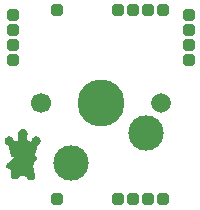
<source format=gts>
G04 #@! TF.GenerationSoftware,KiCad,Pcbnew,(6.0.7-1)-1*
G04 #@! TF.CreationDate,2022-08-17T19:26:05+01:00*
G04 #@! TF.ProjectId,amoeba-king,616d6f65-6261-42d6-9b69-6e672e6b6963,rev?*
G04 #@! TF.SameCoordinates,Original*
G04 #@! TF.FileFunction,Soldermask,Top*
G04 #@! TF.FilePolarity,Negative*
%FSLAX46Y46*%
G04 Gerber Fmt 4.6, Leading zero omitted, Abs format (unit mm)*
G04 Created by KiCad (PCBNEW (6.0.7-1)-1) date 2022-08-17 19:26:05*
%MOMM*%
%LPD*%
G01*
G04 APERTURE LIST*
G04 Aperture macros list*
%AMRoundRect*
0 Rectangle with rounded corners*
0 $1 Rounding radius*
0 $2 $3 $4 $5 $6 $7 $8 $9 X,Y pos of 4 corners*
0 Add a 4 corners polygon primitive as box body*
4,1,4,$2,$3,$4,$5,$6,$7,$8,$9,$2,$3,0*
0 Add four circle primitives for the rounded corners*
1,1,$1+$1,$2,$3*
1,1,$1+$1,$4,$5*
1,1,$1+$1,$6,$7*
1,1,$1+$1,$8,$9*
0 Add four rect primitives between the rounded corners*
20,1,$1+$1,$2,$3,$4,$5,0*
20,1,$1+$1,$4,$5,$6,$7,0*
20,1,$1+$1,$6,$7,$8,$9,0*
20,1,$1+$1,$8,$9,$2,$3,0*%
G04 Aperture macros list end*
%ADD10C,0.131817*%
%ADD11C,3.000000*%
%ADD12C,3.980180*%
%ADD13C,1.660000*%
%ADD14C,1.700000*%
%ADD15RoundRect,0.250000X-0.250000X0.250000X-0.250000X-0.250000X0.250000X-0.250000X0.250000X0.250000X0*%
%ADD16RoundRect,0.250000X-0.250000X-0.250000X0.250000X-0.250000X0.250000X0.250000X-0.250000X0.250000X0*%
%ADD17RoundRect,0.250000X0.250000X-0.250000X0.250000X0.250000X-0.250000X0.250000X-0.250000X-0.250000X0*%
G04 APERTURE END LIST*
G36*
X68813776Y-170919581D02*
G01*
X68837664Y-170922227D01*
X68861002Y-170926558D01*
X68883727Y-170932513D01*
X68905776Y-170940028D01*
X68927086Y-170949040D01*
X68947594Y-170959486D01*
X68967236Y-170971302D01*
X68985950Y-170984426D01*
X69003672Y-170998794D01*
X69020339Y-171014343D01*
X69035889Y-171031010D01*
X69050257Y-171048732D01*
X69063380Y-171067446D01*
X69075197Y-171087089D01*
X69085642Y-171107596D01*
X69094654Y-171128907D01*
X69102169Y-171150956D01*
X69108124Y-171173681D01*
X69112456Y-171197019D01*
X69115101Y-171220907D01*
X69115997Y-171245281D01*
X69114905Y-171271233D01*
X69111777Y-171296875D01*
X69106655Y-171322093D01*
X69099581Y-171346776D01*
X69090597Y-171370809D01*
X69079747Y-171394080D01*
X69067072Y-171416475D01*
X69052614Y-171437882D01*
X69036415Y-171458188D01*
X69040672Y-171484523D01*
X69044954Y-171510955D01*
X69049318Y-171537407D01*
X69053826Y-171563801D01*
X69058536Y-171590061D01*
X69063507Y-171616107D01*
X69068800Y-171641863D01*
X69074474Y-171667251D01*
X69080588Y-171692193D01*
X69087202Y-171716613D01*
X69094375Y-171740432D01*
X69102166Y-171763573D01*
X69110636Y-171785958D01*
X69119843Y-171807509D01*
X69129847Y-171828150D01*
X69140707Y-171847803D01*
X69152483Y-171866389D01*
X69165235Y-171883832D01*
X69179021Y-171900054D01*
X69193902Y-171914978D01*
X69209937Y-171928525D01*
X69227184Y-171940619D01*
X69245705Y-171951181D01*
X69265156Y-171952619D01*
X69285462Y-171954676D01*
X69306464Y-171957180D01*
X69327998Y-171959959D01*
X69349906Y-171962841D01*
X69372025Y-171965654D01*
X69394194Y-171968227D01*
X69416254Y-171970387D01*
X69438043Y-171971963D01*
X69459399Y-171972783D01*
X69480163Y-171972675D01*
X69500172Y-171971468D01*
X69519267Y-171968989D01*
X69537286Y-171965066D01*
X69554068Y-171959528D01*
X69569453Y-171952204D01*
X69583279Y-171942920D01*
X69595386Y-171931506D01*
X69605612Y-171917789D01*
X69613796Y-171901597D01*
X69619779Y-171882760D01*
X69623398Y-171861104D01*
X69624493Y-171836459D01*
X69625493Y-171811708D01*
X69628443Y-171787507D01*
X69633264Y-171763935D01*
X69639878Y-171741070D01*
X69648209Y-171718989D01*
X69658178Y-171697769D01*
X69669708Y-171677489D01*
X69682721Y-171658226D01*
X69697139Y-171640057D01*
X69712885Y-171623061D01*
X69729881Y-171607315D01*
X69748050Y-171592897D01*
X69767313Y-171579884D01*
X69787593Y-171568354D01*
X69808813Y-171558385D01*
X69830894Y-171550054D01*
X69853759Y-171543440D01*
X69877331Y-171538619D01*
X69901532Y-171535669D01*
X69926283Y-171534669D01*
X69951035Y-171535669D01*
X69975235Y-171538619D01*
X69998807Y-171543440D01*
X70021672Y-171550054D01*
X70043754Y-171558385D01*
X70064973Y-171568354D01*
X70085253Y-171579884D01*
X70104517Y-171592897D01*
X70122685Y-171607315D01*
X70139681Y-171623061D01*
X70155427Y-171640057D01*
X70169845Y-171658226D01*
X70182858Y-171677489D01*
X70194388Y-171697769D01*
X70204357Y-171718989D01*
X70212688Y-171741070D01*
X70219303Y-171763935D01*
X70224124Y-171787507D01*
X70227073Y-171811708D01*
X70228073Y-171836459D01*
X70216091Y-171861077D01*
X70204422Y-171883754D01*
X70193055Y-171904610D01*
X70181981Y-171923764D01*
X70171190Y-171941336D01*
X70160671Y-171957444D01*
X70150415Y-171972207D01*
X70140411Y-171985746D01*
X70130650Y-171998178D01*
X70121121Y-172009623D01*
X70111814Y-172020200D01*
X70102719Y-172030029D01*
X70093826Y-172039228D01*
X70085125Y-172047917D01*
X70076606Y-172056215D01*
X70068259Y-172064241D01*
X70060073Y-172072113D01*
X70052040Y-172079953D01*
X70044147Y-172087877D01*
X70036386Y-172096007D01*
X70028747Y-172104460D01*
X70021218Y-172113356D01*
X70013791Y-172122814D01*
X70006456Y-172132953D01*
X69999201Y-172143893D01*
X69992017Y-172155753D01*
X69984894Y-172168651D01*
X69977822Y-172182707D01*
X69970791Y-172198040D01*
X69963790Y-172214770D01*
X69956810Y-172233014D01*
X69949840Y-172252894D01*
X69942871Y-172274527D01*
X69935892Y-172298033D01*
X69928894Y-172323531D01*
X69921865Y-172351140D01*
X69914797Y-172380979D01*
X69907679Y-172413168D01*
X69902951Y-172438694D01*
X69897479Y-172464830D01*
X69891326Y-172491497D01*
X69884555Y-172518617D01*
X69877230Y-172546109D01*
X69869415Y-172573895D01*
X69861173Y-172601894D01*
X69852567Y-172630029D01*
X69843662Y-172658219D01*
X69834520Y-172686386D01*
X69825205Y-172714449D01*
X69815782Y-172742330D01*
X69806312Y-172769949D01*
X69796861Y-172797227D01*
X69787491Y-172824085D01*
X69778266Y-172850444D01*
X69769250Y-172876224D01*
X69760505Y-172901345D01*
X69752097Y-172925729D01*
X69744087Y-172949296D01*
X69736540Y-172971967D01*
X69729520Y-172993663D01*
X69723089Y-173014304D01*
X69717312Y-173033811D01*
X69712251Y-173052105D01*
X69707971Y-173069107D01*
X69704535Y-173084736D01*
X69702007Y-173098914D01*
X69678403Y-173091277D01*
X69654973Y-173083801D01*
X69631695Y-173076487D01*
X69608545Y-173069339D01*
X69585502Y-173062359D01*
X69562541Y-173055550D01*
X69539641Y-173048913D01*
X69516778Y-173042452D01*
X69493931Y-173036168D01*
X69471075Y-173030065D01*
X69448188Y-173024144D01*
X69425248Y-173018408D01*
X69402231Y-173012860D01*
X69379115Y-173007502D01*
X69355878Y-173002337D01*
X69332495Y-172997366D01*
X69308946Y-172992592D01*
X69285206Y-172988019D01*
X69261252Y-172983648D01*
X69237064Y-172979481D01*
X69212616Y-172975521D01*
X69187887Y-172971771D01*
X69162854Y-172968233D01*
X69137494Y-172964910D01*
X69111784Y-172961803D01*
X69085702Y-172958916D01*
X69059225Y-172956251D01*
X69032329Y-172953810D01*
X69004992Y-172951595D01*
X68977192Y-172949610D01*
X68948906Y-172947856D01*
X68920110Y-172946337D01*
X68890783Y-172945054D01*
X68860900Y-172944009D01*
X68830440Y-172943206D01*
X68799380Y-172942647D01*
X68767697Y-172942335D01*
X68734780Y-172941816D01*
X68702758Y-172941681D01*
X68671593Y-172941919D01*
X68641243Y-172942523D01*
X68611670Y-172943484D01*
X68582833Y-172944792D01*
X68554693Y-172946439D01*
X68527210Y-172948416D01*
X68500344Y-172950714D01*
X68474056Y-172953325D01*
X68448305Y-172956239D01*
X68423052Y-172959447D01*
X68398257Y-172962942D01*
X68373881Y-172966713D01*
X68349883Y-172970753D01*
X68326223Y-172975052D01*
X68302863Y-172979602D01*
X68279762Y-172984393D01*
X68256881Y-172989417D01*
X68234179Y-172994665D01*
X68211617Y-173000129D01*
X68189155Y-173005798D01*
X68166753Y-173011666D01*
X68144372Y-173017721D01*
X68121972Y-173023957D01*
X68099513Y-173030364D01*
X68076955Y-173036933D01*
X68054258Y-173043655D01*
X68031384Y-173050522D01*
X68008291Y-173057525D01*
X67984940Y-173064654D01*
X67961292Y-173071901D01*
X67937306Y-173079258D01*
X67912944Y-173086715D01*
X67888164Y-173094263D01*
X67886454Y-173080671D01*
X67884077Y-173065503D01*
X67881072Y-173048846D01*
X67877483Y-173030783D01*
X67873349Y-173011400D01*
X67868712Y-172990782D01*
X67863614Y-172969013D01*
X67858095Y-172946178D01*
X67852197Y-172922363D01*
X67845961Y-172897651D01*
X67839428Y-172872129D01*
X67832640Y-172845880D01*
X67825638Y-172818990D01*
X67818463Y-172791544D01*
X67811156Y-172763626D01*
X67803759Y-172735321D01*
X67796313Y-172706715D01*
X67788859Y-172677892D01*
X67781439Y-172648936D01*
X67774093Y-172619934D01*
X67766863Y-172590969D01*
X67759790Y-172562127D01*
X67752916Y-172533492D01*
X67746282Y-172505150D01*
X67739928Y-172477184D01*
X67733897Y-172449681D01*
X67728229Y-172422725D01*
X67722966Y-172396401D01*
X67718148Y-172370793D01*
X67709034Y-172347347D01*
X67702498Y-172327946D01*
X67697978Y-172311725D01*
X67694913Y-172297818D01*
X67692740Y-172285362D01*
X67690899Y-172273491D01*
X67688828Y-172261339D01*
X67685965Y-172248043D01*
X67681748Y-172232737D01*
X67675617Y-172214556D01*
X67667009Y-172192636D01*
X67655363Y-172166110D01*
X67640117Y-172134115D01*
X67615365Y-172133115D01*
X67591165Y-172130165D01*
X67567593Y-172125345D01*
X67544728Y-172118730D01*
X67522646Y-172110399D01*
X67501427Y-172100430D01*
X67481147Y-172088900D01*
X67461883Y-172075887D01*
X67443715Y-172061469D01*
X67426719Y-172045723D01*
X67410973Y-172028727D01*
X67396555Y-172010558D01*
X67383542Y-171991295D01*
X67372012Y-171971015D01*
X67362043Y-171949795D01*
X67353712Y-171927714D01*
X67347097Y-171904849D01*
X67342276Y-171881277D01*
X67339327Y-171857076D01*
X67338327Y-171832325D01*
X67339327Y-171807573D01*
X67342276Y-171783373D01*
X67347097Y-171759801D01*
X67353712Y-171736936D01*
X67362043Y-171714855D01*
X67372012Y-171693635D01*
X67383542Y-171673355D01*
X67396555Y-171654092D01*
X67410973Y-171635923D01*
X67426719Y-171618927D01*
X67443715Y-171603181D01*
X67461883Y-171588763D01*
X67481147Y-171575750D01*
X67501427Y-171564220D01*
X67522646Y-171554251D01*
X67544728Y-171545920D01*
X67567593Y-171539305D01*
X67591165Y-171534485D01*
X67615365Y-171531535D01*
X67640117Y-171530535D01*
X67664868Y-171531535D01*
X67689069Y-171534485D01*
X67712641Y-171539305D01*
X67735506Y-171545920D01*
X67757587Y-171554251D01*
X67778807Y-171564220D01*
X67799087Y-171575750D01*
X67818350Y-171588763D01*
X67836519Y-171603181D01*
X67853515Y-171618927D01*
X67869261Y-171635923D01*
X67883679Y-171654092D01*
X67896692Y-171673355D01*
X67908222Y-171693635D01*
X67918191Y-171714855D01*
X67926522Y-171736936D01*
X67933136Y-171759801D01*
X67937957Y-171783373D01*
X67940907Y-171807573D01*
X67941907Y-171832325D01*
X67953497Y-171841132D01*
X67965186Y-171851010D01*
X67977113Y-171861699D01*
X67989413Y-171872944D01*
X68002223Y-171884485D01*
X68015682Y-171896066D01*
X68029925Y-171907430D01*
X68045089Y-171918319D01*
X68061313Y-171928475D01*
X68078732Y-171937640D01*
X68097484Y-171945559D01*
X68117705Y-171951972D01*
X68139533Y-171956622D01*
X68163105Y-171959253D01*
X68188557Y-171959606D01*
X68216027Y-171957424D01*
X68245651Y-171952450D01*
X68277567Y-171944426D01*
X68311911Y-171933094D01*
X68331308Y-171922796D01*
X68349457Y-171910854D01*
X68366418Y-171897354D01*
X68382251Y-171882382D01*
X68397016Y-171866022D01*
X68410772Y-171848362D01*
X68423579Y-171829485D01*
X68435496Y-171809479D01*
X68446585Y-171788429D01*
X68456903Y-171766420D01*
X68466510Y-171743537D01*
X68475467Y-171719868D01*
X68483834Y-171695496D01*
X68491669Y-171670509D01*
X68499032Y-171644991D01*
X68505984Y-171619028D01*
X68512584Y-171592706D01*
X68518891Y-171566110D01*
X68524965Y-171539326D01*
X68530866Y-171512441D01*
X68536654Y-171485538D01*
X68542388Y-171458704D01*
X68526155Y-171438352D01*
X68511670Y-171416893D01*
X68498977Y-171394442D01*
X68488117Y-171371113D01*
X68479133Y-171347020D01*
X68472068Y-171322276D01*
X68466963Y-171296996D01*
X68463862Y-171271293D01*
X68462806Y-171245281D01*
X68463702Y-171220907D01*
X68466347Y-171197019D01*
X68470679Y-171173681D01*
X68476634Y-171150956D01*
X68484149Y-171128907D01*
X68493161Y-171107596D01*
X68503606Y-171087089D01*
X68515423Y-171067446D01*
X68528547Y-171048732D01*
X68542915Y-171031010D01*
X68558464Y-171014343D01*
X68575131Y-170998794D01*
X68592853Y-170984426D01*
X68611567Y-170971302D01*
X68631209Y-170959486D01*
X68651717Y-170949040D01*
X68673027Y-170940028D01*
X68695076Y-170932513D01*
X68717802Y-170926558D01*
X68741140Y-170922227D01*
X68765027Y-170919581D01*
X68789401Y-170918686D01*
X68789402Y-170918686D01*
X68813776Y-170919581D01*
G37*
D10*
X68813776Y-170919581D02*
X68837664Y-170922227D01*
X68861002Y-170926558D01*
X68883727Y-170932513D01*
X68905776Y-170940028D01*
X68927086Y-170949040D01*
X68947594Y-170959486D01*
X68967236Y-170971302D01*
X68985950Y-170984426D01*
X69003672Y-170998794D01*
X69020339Y-171014343D01*
X69035889Y-171031010D01*
X69050257Y-171048732D01*
X69063380Y-171067446D01*
X69075197Y-171087089D01*
X69085642Y-171107596D01*
X69094654Y-171128907D01*
X69102169Y-171150956D01*
X69108124Y-171173681D01*
X69112456Y-171197019D01*
X69115101Y-171220907D01*
X69115997Y-171245281D01*
X69114905Y-171271233D01*
X69111777Y-171296875D01*
X69106655Y-171322093D01*
X69099581Y-171346776D01*
X69090597Y-171370809D01*
X69079747Y-171394080D01*
X69067072Y-171416475D01*
X69052614Y-171437882D01*
X69036415Y-171458188D01*
X69040672Y-171484523D01*
X69044954Y-171510955D01*
X69049318Y-171537407D01*
X69053826Y-171563801D01*
X69058536Y-171590061D01*
X69063507Y-171616107D01*
X69068800Y-171641863D01*
X69074474Y-171667251D01*
X69080588Y-171692193D01*
X69087202Y-171716613D01*
X69094375Y-171740432D01*
X69102166Y-171763573D01*
X69110636Y-171785958D01*
X69119843Y-171807509D01*
X69129847Y-171828150D01*
X69140707Y-171847803D01*
X69152483Y-171866389D01*
X69165235Y-171883832D01*
X69179021Y-171900054D01*
X69193902Y-171914978D01*
X69209937Y-171928525D01*
X69227184Y-171940619D01*
X69245705Y-171951181D01*
X69265156Y-171952619D01*
X69285462Y-171954676D01*
X69306464Y-171957180D01*
X69327998Y-171959959D01*
X69349906Y-171962841D01*
X69372025Y-171965654D01*
X69394194Y-171968227D01*
X69416254Y-171970387D01*
X69438043Y-171971963D01*
X69459399Y-171972783D01*
X69480163Y-171972675D01*
X69500172Y-171971468D01*
X69519267Y-171968989D01*
X69537286Y-171965066D01*
X69554068Y-171959528D01*
X69569453Y-171952204D01*
X69583279Y-171942920D01*
X69595386Y-171931506D01*
X69605612Y-171917789D01*
X69613796Y-171901597D01*
X69619779Y-171882760D01*
X69623398Y-171861104D01*
X69624493Y-171836459D01*
X69625493Y-171811708D01*
X69628443Y-171787507D01*
X69633264Y-171763935D01*
X69639878Y-171741070D01*
X69648209Y-171718989D01*
X69658178Y-171697769D01*
X69669708Y-171677489D01*
X69682721Y-171658226D01*
X69697139Y-171640057D01*
X69712885Y-171623061D01*
X69729881Y-171607315D01*
X69748050Y-171592897D01*
X69767313Y-171579884D01*
X69787593Y-171568354D01*
X69808813Y-171558385D01*
X69830894Y-171550054D01*
X69853759Y-171543440D01*
X69877331Y-171538619D01*
X69901532Y-171535669D01*
X69926283Y-171534669D01*
X69951035Y-171535669D01*
X69975235Y-171538619D01*
X69998807Y-171543440D01*
X70021672Y-171550054D01*
X70043754Y-171558385D01*
X70064973Y-171568354D01*
X70085253Y-171579884D01*
X70104517Y-171592897D01*
X70122685Y-171607315D01*
X70139681Y-171623061D01*
X70155427Y-171640057D01*
X70169845Y-171658226D01*
X70182858Y-171677489D01*
X70194388Y-171697769D01*
X70204357Y-171718989D01*
X70212688Y-171741070D01*
X70219303Y-171763935D01*
X70224124Y-171787507D01*
X70227073Y-171811708D01*
X70228073Y-171836459D01*
X70216091Y-171861077D01*
X70204422Y-171883754D01*
X70193055Y-171904610D01*
X70181981Y-171923764D01*
X70171190Y-171941336D01*
X70160671Y-171957444D01*
X70150415Y-171972207D01*
X70140411Y-171985746D01*
X70130650Y-171998178D01*
X70121121Y-172009623D01*
X70111814Y-172020200D01*
X70102719Y-172030029D01*
X70093826Y-172039228D01*
X70085125Y-172047917D01*
X70076606Y-172056215D01*
X70068259Y-172064241D01*
X70060073Y-172072113D01*
X70052040Y-172079953D01*
X70044147Y-172087877D01*
X70036386Y-172096007D01*
X70028747Y-172104460D01*
X70021218Y-172113356D01*
X70013791Y-172122814D01*
X70006456Y-172132953D01*
X69999201Y-172143893D01*
X69992017Y-172155753D01*
X69984894Y-172168651D01*
X69977822Y-172182707D01*
X69970791Y-172198040D01*
X69963790Y-172214770D01*
X69956810Y-172233014D01*
X69949840Y-172252894D01*
X69942871Y-172274527D01*
X69935892Y-172298033D01*
X69928894Y-172323531D01*
X69921865Y-172351140D01*
X69914797Y-172380979D01*
X69907679Y-172413168D01*
X69902951Y-172438694D01*
X69897479Y-172464830D01*
X69891326Y-172491497D01*
X69884555Y-172518617D01*
X69877230Y-172546109D01*
X69869415Y-172573895D01*
X69861173Y-172601894D01*
X69852567Y-172630029D01*
X69843662Y-172658219D01*
X69834520Y-172686386D01*
X69825205Y-172714449D01*
X69815782Y-172742330D01*
X69806312Y-172769949D01*
X69796861Y-172797227D01*
X69787491Y-172824085D01*
X69778266Y-172850444D01*
X69769250Y-172876224D01*
X69760505Y-172901345D01*
X69752097Y-172925729D01*
X69744087Y-172949296D01*
X69736540Y-172971967D01*
X69729520Y-172993663D01*
X69723089Y-173014304D01*
X69717312Y-173033811D01*
X69712251Y-173052105D01*
X69707971Y-173069107D01*
X69704535Y-173084736D01*
X69702007Y-173098914D01*
X69678403Y-173091277D01*
X69654973Y-173083801D01*
X69631695Y-173076487D01*
X69608545Y-173069339D01*
X69585502Y-173062359D01*
X69562541Y-173055550D01*
X69539641Y-173048913D01*
X69516778Y-173042452D01*
X69493931Y-173036168D01*
X69471075Y-173030065D01*
X69448188Y-173024144D01*
X69425248Y-173018408D01*
X69402231Y-173012860D01*
X69379115Y-173007502D01*
X69355878Y-173002337D01*
X69332495Y-172997366D01*
X69308946Y-172992592D01*
X69285206Y-172988019D01*
X69261252Y-172983648D01*
X69237064Y-172979481D01*
X69212616Y-172975521D01*
X69187887Y-172971771D01*
X69162854Y-172968233D01*
X69137494Y-172964910D01*
X69111784Y-172961803D01*
X69085702Y-172958916D01*
X69059225Y-172956251D01*
X69032329Y-172953810D01*
X69004992Y-172951595D01*
X68977192Y-172949610D01*
X68948906Y-172947856D01*
X68920110Y-172946337D01*
X68890783Y-172945054D01*
X68860900Y-172944009D01*
X68830440Y-172943206D01*
X68799380Y-172942647D01*
X68767697Y-172942335D01*
X68734780Y-172941816D01*
X68702758Y-172941681D01*
X68671593Y-172941919D01*
X68641243Y-172942523D01*
X68611670Y-172943484D01*
X68582833Y-172944792D01*
X68554693Y-172946439D01*
X68527210Y-172948416D01*
X68500344Y-172950714D01*
X68474056Y-172953325D01*
X68448305Y-172956239D01*
X68423052Y-172959447D01*
X68398257Y-172962942D01*
X68373881Y-172966713D01*
X68349883Y-172970753D01*
X68326223Y-172975052D01*
X68302863Y-172979602D01*
X68279762Y-172984393D01*
X68256881Y-172989417D01*
X68234179Y-172994665D01*
X68211617Y-173000129D01*
X68189155Y-173005798D01*
X68166753Y-173011666D01*
X68144372Y-173017721D01*
X68121972Y-173023957D01*
X68099513Y-173030364D01*
X68076955Y-173036933D01*
X68054258Y-173043655D01*
X68031384Y-173050522D01*
X68008291Y-173057525D01*
X67984940Y-173064654D01*
X67961292Y-173071901D01*
X67937306Y-173079258D01*
X67912944Y-173086715D01*
X67888164Y-173094263D01*
X67886454Y-173080671D01*
X67884077Y-173065503D01*
X67881072Y-173048846D01*
X67877483Y-173030783D01*
X67873349Y-173011400D01*
X67868712Y-172990782D01*
X67863614Y-172969013D01*
X67858095Y-172946178D01*
X67852197Y-172922363D01*
X67845961Y-172897651D01*
X67839428Y-172872129D01*
X67832640Y-172845880D01*
X67825638Y-172818990D01*
X67818463Y-172791544D01*
X67811156Y-172763626D01*
X67803759Y-172735321D01*
X67796313Y-172706715D01*
X67788859Y-172677892D01*
X67781439Y-172648936D01*
X67774093Y-172619934D01*
X67766863Y-172590969D01*
X67759790Y-172562127D01*
X67752916Y-172533492D01*
X67746282Y-172505150D01*
X67739928Y-172477184D01*
X67733897Y-172449681D01*
X67728229Y-172422725D01*
X67722966Y-172396401D01*
X67718148Y-172370793D01*
X67709034Y-172347347D01*
X67702498Y-172327946D01*
X67697978Y-172311725D01*
X67694913Y-172297818D01*
X67692740Y-172285362D01*
X67690899Y-172273491D01*
X67688828Y-172261339D01*
X67685965Y-172248043D01*
X67681748Y-172232737D01*
X67675617Y-172214556D01*
X67667009Y-172192636D01*
X67655363Y-172166110D01*
X67640117Y-172134115D01*
X67615365Y-172133115D01*
X67591165Y-172130165D01*
X67567593Y-172125345D01*
X67544728Y-172118730D01*
X67522646Y-172110399D01*
X67501427Y-172100430D01*
X67481147Y-172088900D01*
X67461883Y-172075887D01*
X67443715Y-172061469D01*
X67426719Y-172045723D01*
X67410973Y-172028727D01*
X67396555Y-172010558D01*
X67383542Y-171991295D01*
X67372012Y-171971015D01*
X67362043Y-171949795D01*
X67353712Y-171927714D01*
X67347097Y-171904849D01*
X67342276Y-171881277D01*
X67339327Y-171857076D01*
X67338327Y-171832325D01*
X67339327Y-171807573D01*
X67342276Y-171783373D01*
X67347097Y-171759801D01*
X67353712Y-171736936D01*
X67362043Y-171714855D01*
X67372012Y-171693635D01*
X67383542Y-171673355D01*
X67396555Y-171654092D01*
X67410973Y-171635923D01*
X67426719Y-171618927D01*
X67443715Y-171603181D01*
X67461883Y-171588763D01*
X67481147Y-171575750D01*
X67501427Y-171564220D01*
X67522646Y-171554251D01*
X67544728Y-171545920D01*
X67567593Y-171539305D01*
X67591165Y-171534485D01*
X67615365Y-171531535D01*
X67640117Y-171530535D01*
X67664868Y-171531535D01*
X67689069Y-171534485D01*
X67712641Y-171539305D01*
X67735506Y-171545920D01*
X67757587Y-171554251D01*
X67778807Y-171564220D01*
X67799087Y-171575750D01*
X67818350Y-171588763D01*
X67836519Y-171603181D01*
X67853515Y-171618927D01*
X67869261Y-171635923D01*
X67883679Y-171654092D01*
X67896692Y-171673355D01*
X67908222Y-171693635D01*
X67918191Y-171714855D01*
X67926522Y-171736936D01*
X67933136Y-171759801D01*
X67937957Y-171783373D01*
X67940907Y-171807573D01*
X67941907Y-171832325D01*
X67953497Y-171841132D01*
X67965186Y-171851010D01*
X67977113Y-171861699D01*
X67989413Y-171872944D01*
X68002223Y-171884485D01*
X68015682Y-171896066D01*
X68029925Y-171907430D01*
X68045089Y-171918319D01*
X68061313Y-171928475D01*
X68078732Y-171937640D01*
X68097484Y-171945559D01*
X68117705Y-171951972D01*
X68139533Y-171956622D01*
X68163105Y-171959253D01*
X68188557Y-171959606D01*
X68216027Y-171957424D01*
X68245651Y-171952450D01*
X68277567Y-171944426D01*
X68311911Y-171933094D01*
X68331308Y-171922796D01*
X68349457Y-171910854D01*
X68366418Y-171897354D01*
X68382251Y-171882382D01*
X68397016Y-171866022D01*
X68410772Y-171848362D01*
X68423579Y-171829485D01*
X68435496Y-171809479D01*
X68446585Y-171788429D01*
X68456903Y-171766420D01*
X68466510Y-171743537D01*
X68475467Y-171719868D01*
X68483834Y-171695496D01*
X68491669Y-171670509D01*
X68499032Y-171644991D01*
X68505984Y-171619028D01*
X68512584Y-171592706D01*
X68518891Y-171566110D01*
X68524965Y-171539326D01*
X68530866Y-171512441D01*
X68536654Y-171485538D01*
X68542388Y-171458704D01*
X68526155Y-171438352D01*
X68511670Y-171416893D01*
X68498977Y-171394442D01*
X68488117Y-171371113D01*
X68479133Y-171347020D01*
X68472068Y-171322276D01*
X68466963Y-171296996D01*
X68463862Y-171271293D01*
X68462806Y-171245281D01*
X68463702Y-171220907D01*
X68466347Y-171197019D01*
X68470679Y-171173681D01*
X68476634Y-171150956D01*
X68484149Y-171128907D01*
X68493161Y-171107596D01*
X68503606Y-171087089D01*
X68515423Y-171067446D01*
X68528547Y-171048732D01*
X68542915Y-171031010D01*
X68558464Y-171014343D01*
X68575131Y-170998794D01*
X68592853Y-170984426D01*
X68611567Y-170971302D01*
X68631209Y-170959486D01*
X68651717Y-170949040D01*
X68673027Y-170940028D01*
X68695076Y-170932513D01*
X68717802Y-170926558D01*
X68741140Y-170922227D01*
X68765027Y-170919581D01*
X68789401Y-170918686D01*
X68789402Y-170918686D01*
X68813776Y-170919581D01*
G36*
X68765647Y-172617598D02*
G01*
X68787163Y-172619194D01*
X68808679Y-172621854D01*
X68830195Y-172625578D01*
X68851711Y-172630366D01*
X68873227Y-172636218D01*
X68894742Y-172643134D01*
X68916258Y-172651114D01*
X68937774Y-172660158D01*
X68959290Y-172670266D01*
X68980806Y-172681438D01*
X69002321Y-172693674D01*
X69023837Y-172706974D01*
X69045354Y-172721337D01*
X69064713Y-172736384D01*
X69083250Y-172753471D01*
X69100976Y-172772227D01*
X69117901Y-172792282D01*
X69134032Y-172813264D01*
X69149382Y-172834802D01*
X69163958Y-172856525D01*
X69177771Y-172878061D01*
X69190830Y-172899041D01*
X69203145Y-172919093D01*
X69214725Y-172937845D01*
X69225581Y-172954927D01*
X69235722Y-172969967D01*
X69245157Y-172982595D01*
X69253897Y-172992439D01*
X69267602Y-173005210D01*
X69281676Y-173016746D01*
X69296095Y-173027104D01*
X69310842Y-173036340D01*
X69325894Y-173044513D01*
X69341232Y-173051679D01*
X69356834Y-173057896D01*
X69372682Y-173063222D01*
X69388754Y-173067713D01*
X69405030Y-173071428D01*
X69421490Y-173074423D01*
X69438112Y-173076757D01*
X69454878Y-173078485D01*
X69471765Y-173079667D01*
X69488755Y-173080358D01*
X69505826Y-173080618D01*
X69522959Y-173080502D01*
X69540132Y-173080068D01*
X69557325Y-173079374D01*
X69574519Y-173078478D01*
X69591692Y-173077436D01*
X69608824Y-173076305D01*
X69625894Y-173075145D01*
X69642883Y-173074010D01*
X69659770Y-173072960D01*
X69676535Y-173072052D01*
X69693157Y-173071342D01*
X69709615Y-173070889D01*
X69725890Y-173070749D01*
X69741960Y-173070980D01*
X69757806Y-173071640D01*
X69773408Y-173072785D01*
X69788743Y-173074474D01*
X69803794Y-173076764D01*
X69818538Y-173079711D01*
X69832955Y-173083374D01*
X69847026Y-173087810D01*
X69860730Y-173093075D01*
X69874045Y-173099229D01*
X69886953Y-173106327D01*
X69899432Y-173114428D01*
X69911462Y-173123589D01*
X69923023Y-173133866D01*
X69934094Y-173145319D01*
X69944656Y-173158003D01*
X69954686Y-173171976D01*
X69964166Y-173187297D01*
X69973074Y-173204021D01*
X69981391Y-173222207D01*
X69989095Y-173241912D01*
X69992395Y-173251517D01*
X69995261Y-173260834D01*
X69997703Y-173269872D01*
X69999731Y-173278642D01*
X70001355Y-173287156D01*
X70002586Y-173295424D01*
X70003432Y-173303457D01*
X70003905Y-173311265D01*
X70004014Y-173318861D01*
X70003768Y-173326253D01*
X70003178Y-173333454D01*
X70002255Y-173340475D01*
X70001007Y-173347325D01*
X69999444Y-173354016D01*
X69997578Y-173360558D01*
X69995417Y-173366963D01*
X69992972Y-173373242D01*
X69990252Y-173379405D01*
X69987268Y-173385462D01*
X69984030Y-173391426D01*
X69980547Y-173397306D01*
X69976829Y-173403114D01*
X69972887Y-173408860D01*
X69968730Y-173414556D01*
X69964369Y-173420211D01*
X69959812Y-173425838D01*
X69955071Y-173431446D01*
X69950155Y-173437047D01*
X69945075Y-173442651D01*
X69939839Y-173448269D01*
X69934459Y-173453913D01*
X69928943Y-173459592D01*
X69923303Y-173465319D01*
X69917547Y-173471103D01*
X69911687Y-173476955D01*
X69905731Y-173482887D01*
X69899690Y-173488908D01*
X69893574Y-173495031D01*
X69887392Y-173501266D01*
X69881155Y-173507623D01*
X69874873Y-173514114D01*
X69868556Y-173520749D01*
X69862213Y-173527540D01*
X69855855Y-173534496D01*
X69849491Y-173541629D01*
X69843131Y-173548950D01*
X69836786Y-173556470D01*
X69830466Y-173564199D01*
X69824179Y-173572148D01*
X69817937Y-173580328D01*
X69811749Y-173588750D01*
X69805626Y-173597425D01*
X69799576Y-173606364D01*
X69793611Y-173615576D01*
X69787740Y-173625075D01*
X69781973Y-173634869D01*
X69776320Y-173644970D01*
X69770790Y-173655389D01*
X69765395Y-173666137D01*
X69760144Y-173677224D01*
X69755046Y-173688661D01*
X69750112Y-173700460D01*
X69745352Y-173712630D01*
X69740776Y-173725184D01*
X69736393Y-173738131D01*
X69732214Y-173751482D01*
X69728249Y-173765249D01*
X69724507Y-173779442D01*
X69720999Y-173794072D01*
X69717734Y-173809150D01*
X69714722Y-173824687D01*
X69711974Y-173840693D01*
X69709499Y-173857180D01*
X69707308Y-173874157D01*
X69705410Y-173891637D01*
X69703815Y-173909630D01*
X69702533Y-173928147D01*
X69701574Y-173947198D01*
X69700949Y-173966794D01*
X69700666Y-173986947D01*
X69700737Y-174007667D01*
X69701170Y-174028965D01*
X69701977Y-174050852D01*
X69703166Y-174073338D01*
X69704748Y-174096435D01*
X69706733Y-174120153D01*
X69709131Y-174144503D01*
X69711951Y-174169497D01*
X69715204Y-174195144D01*
X69718900Y-174221455D01*
X69723049Y-174248443D01*
X69727660Y-174276116D01*
X69732743Y-174304487D01*
X69738309Y-174333566D01*
X69744367Y-174363363D01*
X69750928Y-174393891D01*
X69758001Y-174425159D01*
X69765597Y-174457178D01*
X69773725Y-174489959D01*
X69782395Y-174523514D01*
X69791617Y-174557853D01*
X69801401Y-174592986D01*
X69811758Y-174628925D01*
X69822696Y-174665680D01*
X69834227Y-174703263D01*
X69844044Y-174736523D01*
X69851730Y-174766453D01*
X69857360Y-174793400D01*
X69861011Y-174817716D01*
X69862761Y-174839749D01*
X69862685Y-174859850D01*
X69860860Y-174878366D01*
X69857364Y-174895649D01*
X69852272Y-174912048D01*
X69845662Y-174927911D01*
X69837610Y-174943589D01*
X69828194Y-174959432D01*
X69817488Y-174975788D01*
X69805571Y-174993007D01*
X69792520Y-175011439D01*
X69777721Y-175030553D01*
X69762366Y-175048348D01*
X69746455Y-175064825D01*
X69729988Y-175079985D01*
X69712965Y-175093825D01*
X69695386Y-175106348D01*
X69677250Y-175117553D01*
X69658559Y-175127439D01*
X69639311Y-175136007D01*
X69619508Y-175143257D01*
X69599148Y-175149189D01*
X69578232Y-175153802D01*
X69556760Y-175157098D01*
X69534732Y-175159075D01*
X69512148Y-175159734D01*
X69461170Y-175159734D01*
X69439551Y-175159039D01*
X69418257Y-175156954D01*
X69397287Y-175153478D01*
X69376642Y-175148612D01*
X69356321Y-175142356D01*
X69336324Y-175134710D01*
X69316652Y-175125673D01*
X69297304Y-175115247D01*
X69278280Y-175103429D01*
X69259581Y-175090222D01*
X69240465Y-175076435D01*
X69222971Y-175061953D01*
X69207098Y-175046776D01*
X69192848Y-175030903D01*
X69180220Y-175014335D01*
X69169214Y-174997072D01*
X69159829Y-174979114D01*
X69152067Y-174960461D01*
X69145926Y-174941113D01*
X69141407Y-174921070D01*
X69122141Y-174904957D01*
X69102723Y-174889769D01*
X69083164Y-174875505D01*
X69063476Y-174862162D01*
X69043672Y-174849739D01*
X69023763Y-174838234D01*
X69003760Y-174827644D01*
X68983676Y-174817968D01*
X68963522Y-174809204D01*
X68943311Y-174801348D01*
X68923053Y-174794401D01*
X68902762Y-174788359D01*
X68882448Y-174783220D01*
X68862124Y-174778983D01*
X68841802Y-174775645D01*
X68821492Y-174773204D01*
X68801208Y-174771659D01*
X68780960Y-174771008D01*
X68760762Y-174771247D01*
X68740623Y-174772376D01*
X68720558Y-174774393D01*
X68700576Y-174777294D01*
X68680691Y-174781079D01*
X68660913Y-174785745D01*
X68641255Y-174791291D01*
X68621729Y-174797713D01*
X68602346Y-174805011D01*
X68583118Y-174813182D01*
X68564057Y-174822224D01*
X68545175Y-174832135D01*
X68526484Y-174842914D01*
X68507995Y-174854557D01*
X68503060Y-174876338D01*
X68496595Y-174897192D01*
X68488601Y-174917120D01*
X68479077Y-174936121D01*
X68468024Y-174954196D01*
X68455442Y-174971343D01*
X68441331Y-174987564D01*
X68425690Y-175002857D01*
X68408520Y-175017224D01*
X68389821Y-175030663D01*
X68371437Y-175042727D01*
X68352518Y-175053643D01*
X68333062Y-175063409D01*
X68313069Y-175072026D01*
X68292541Y-175079494D01*
X68271477Y-175085813D01*
X68249876Y-175090984D01*
X68227739Y-175095005D01*
X68205066Y-175097877D01*
X68181857Y-175099601D01*
X68158111Y-175100175D01*
X68107133Y-175100175D01*
X68084281Y-175099537D01*
X68062068Y-175097621D01*
X68040493Y-175094428D01*
X68019556Y-175089959D01*
X67999258Y-175084212D01*
X67979598Y-175077189D01*
X67960577Y-175068888D01*
X67942195Y-175059311D01*
X67924450Y-175048456D01*
X67907345Y-175036324D01*
X67890878Y-175022916D01*
X67875049Y-175008231D01*
X67859859Y-174992268D01*
X67845307Y-174975029D01*
X67831394Y-174956512D01*
X67818463Y-174937400D01*
X67807404Y-174918864D01*
X67798110Y-174900713D01*
X67790472Y-174882757D01*
X67784384Y-174864807D01*
X67779738Y-174846671D01*
X67776425Y-174828160D01*
X67774340Y-174809082D01*
X67773373Y-174789248D01*
X67773419Y-174768468D01*
X67774368Y-174746550D01*
X67776114Y-174723305D01*
X67778548Y-174698543D01*
X67781564Y-174672072D01*
X67785054Y-174643703D01*
X67788528Y-174614080D01*
X67791351Y-174585766D01*
X67793541Y-174558730D01*
X67795113Y-174532942D01*
X67796087Y-174508369D01*
X67796479Y-174484981D01*
X67796307Y-174462746D01*
X67795588Y-174441633D01*
X67794338Y-174421611D01*
X67792577Y-174402648D01*
X67790320Y-174384714D01*
X67787585Y-174367776D01*
X67784389Y-174351804D01*
X67780751Y-174336767D01*
X67776686Y-174322632D01*
X67772213Y-174309369D01*
X67767348Y-174296947D01*
X67762109Y-174285334D01*
X67756514Y-174274499D01*
X67750579Y-174264411D01*
X67744322Y-174255038D01*
X67737760Y-174246350D01*
X67730911Y-174238314D01*
X67723791Y-174230900D01*
X67716419Y-174224077D01*
X67708811Y-174217812D01*
X67700985Y-174212075D01*
X67692958Y-174206835D01*
X67684747Y-174202060D01*
X67676370Y-174197719D01*
X67667844Y-174193781D01*
X67659186Y-174190214D01*
X67650414Y-174186988D01*
X67641545Y-174184070D01*
X67632596Y-174181430D01*
X67623584Y-174179037D01*
X67614527Y-174176858D01*
X67605443Y-174174864D01*
X67596348Y-174173022D01*
X67587259Y-174171301D01*
X67578195Y-174169670D01*
X67569172Y-174168098D01*
X67560208Y-174166553D01*
X67551320Y-174165005D01*
X67542525Y-174163422D01*
X67533841Y-174161772D01*
X67525284Y-174160024D01*
X67516873Y-174158148D01*
X67508624Y-174156111D01*
X67500556Y-174153884D01*
X67492684Y-174151433D01*
X67485027Y-174148728D01*
X67477602Y-174145738D01*
X67470425Y-174142432D01*
X67463515Y-174138778D01*
X67456889Y-174134744D01*
X67450564Y-174130301D01*
X67444557Y-174125416D01*
X67438886Y-174120057D01*
X67433568Y-174114195D01*
X67428620Y-174107797D01*
X67424059Y-174100833D01*
X67419904Y-174093271D01*
X67416170Y-174085079D01*
X67412876Y-174076227D01*
X67410039Y-174066683D01*
X67407676Y-174056416D01*
X67405805Y-174045394D01*
X67404442Y-174033587D01*
X67403605Y-174020964D01*
X67403311Y-174007491D01*
X67403606Y-173990095D01*
X67404135Y-173973423D01*
X67404898Y-173957452D01*
X67405895Y-173942162D01*
X67407124Y-173927529D01*
X67408585Y-173913533D01*
X67410278Y-173900150D01*
X67412202Y-173887359D01*
X67414355Y-173875138D01*
X67416739Y-173863464D01*
X67419351Y-173852316D01*
X67422192Y-173841672D01*
X67425260Y-173831509D01*
X67428556Y-173821805D01*
X67432078Y-173812539D01*
X67435826Y-173803689D01*
X67439800Y-173795231D01*
X67443998Y-173787146D01*
X67448420Y-173779409D01*
X67453066Y-173771999D01*
X67457935Y-173764895D01*
X67463026Y-173758073D01*
X67468338Y-173751513D01*
X67473872Y-173745192D01*
X67479625Y-173739087D01*
X67485599Y-173733178D01*
X67491792Y-173727441D01*
X67498204Y-173721855D01*
X67504833Y-173716398D01*
X67511680Y-173711048D01*
X67518743Y-173705782D01*
X67526023Y-173700579D01*
X67533518Y-173695416D01*
X67541228Y-173690272D01*
X67549152Y-173685124D01*
X67557290Y-173679951D01*
X67565641Y-173674730D01*
X67574205Y-173669440D01*
X67582980Y-173664057D01*
X67591966Y-173658561D01*
X67601163Y-173652929D01*
X67610571Y-173647139D01*
X67620187Y-173641169D01*
X67630012Y-173634998D01*
X67640045Y-173628602D01*
X67650286Y-173621960D01*
X67660734Y-173615050D01*
X67671388Y-173607849D01*
X67682248Y-173600337D01*
X67693313Y-173592490D01*
X67704582Y-173584287D01*
X67716055Y-173575706D01*
X67727732Y-173566724D01*
X67739611Y-173557319D01*
X67751692Y-173547470D01*
X67763974Y-173537155D01*
X67776457Y-173526351D01*
X67789141Y-173515036D01*
X67802023Y-173503188D01*
X67815105Y-173490786D01*
X67828385Y-173477807D01*
X67841863Y-173464229D01*
X67855538Y-173450030D01*
X67869410Y-173435188D01*
X67883477Y-173419681D01*
X67897740Y-173403487D01*
X67912197Y-173386584D01*
X67926848Y-173368950D01*
X67941693Y-173350563D01*
X67956731Y-173331400D01*
X67971961Y-173311440D01*
X67987382Y-173290661D01*
X68002994Y-173269040D01*
X68018797Y-173246556D01*
X68034789Y-173223186D01*
X68050971Y-173198908D01*
X68067341Y-173173702D01*
X68083899Y-173147543D01*
X68100644Y-173120411D01*
X68117576Y-173092283D01*
X68134694Y-173063137D01*
X68151997Y-173032951D01*
X68169486Y-173001704D01*
X68175690Y-172990372D01*
X68183012Y-172976921D01*
X68191409Y-172961627D01*
X68200835Y-172944768D01*
X68211245Y-172926622D01*
X68222596Y-172907465D01*
X68234843Y-172887575D01*
X68247941Y-172867230D01*
X68261845Y-172846706D01*
X68276512Y-172826281D01*
X68291896Y-172806232D01*
X68307953Y-172786837D01*
X68324639Y-172768372D01*
X68341909Y-172751116D01*
X68359718Y-172735346D01*
X68378023Y-172721338D01*
X68399232Y-172706974D01*
X68420488Y-172693674D01*
X68441791Y-172681439D01*
X68463142Y-172670267D01*
X68484540Y-172660159D01*
X68505985Y-172651115D01*
X68527478Y-172643135D01*
X68549018Y-172636219D01*
X68570605Y-172630367D01*
X68592240Y-172625579D01*
X68613922Y-172621855D01*
X68635651Y-172619195D01*
X68657427Y-172617598D01*
X68679251Y-172617066D01*
X68744131Y-172617066D01*
X68765647Y-172617598D01*
G37*
D11*
X79248000Y-171196000D03*
D12*
X75438000Y-168656000D03*
D13*
X80518000Y-168656000D03*
D11*
X72898000Y-173736000D03*
D14*
X70358000Y-168656000D03*
D15*
X76835000Y-160782000D03*
X78105000Y-160782000D03*
X79375000Y-160782000D03*
X80645000Y-160782000D03*
D16*
X67945000Y-164973000D03*
X67945000Y-163703000D03*
X67945000Y-162433000D03*
X67945000Y-161163000D03*
D17*
X71678800Y-176758600D03*
D15*
X71678800Y-160782000D03*
D16*
X82905600Y-164973000D03*
X82905600Y-163703000D03*
X82905600Y-162433000D03*
X82905600Y-161163000D03*
D15*
X76835000Y-176758600D03*
X78105000Y-176758600D03*
X79375000Y-176758600D03*
X80645000Y-176758600D03*
M02*

</source>
